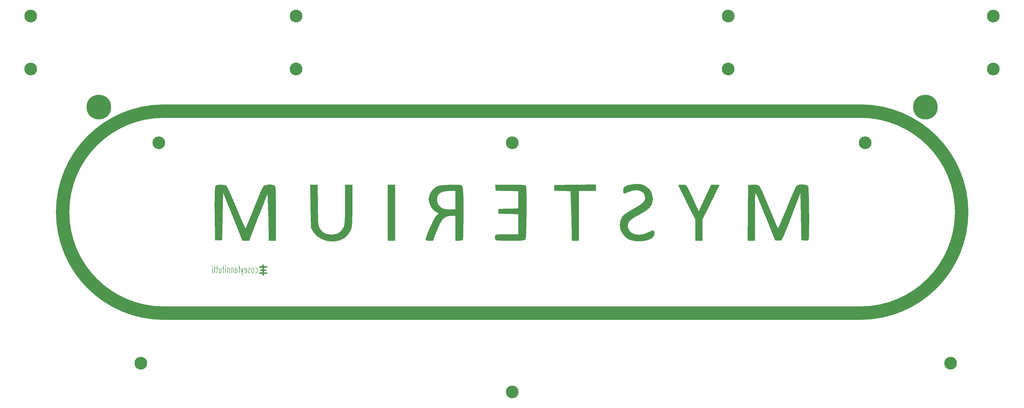
<source format=gbs>
G04 #@! TF.GenerationSoftware,KiCad,Pcbnew,5.99.0+really5.1.10+dfsg1-1*
G04 #@! TF.CreationDate,2021-11-12T03:05:17+01:00*
G04 #@! TF.ProjectId,mysterium-bottom,6d797374-6572-4697-956d-2d626f74746f,rev?*
G04 #@! TF.SameCoordinates,Original*
G04 #@! TF.FileFunction,Soldermask,Bot*
G04 #@! TF.FilePolarity,Negative*
%FSLAX46Y46*%
G04 Gerber Fmt 4.6, Leading zero omitted, Abs format (unit mm)*
G04 Created by KiCad (PCBNEW 5.99.0+really5.1.10+dfsg1-1) date 2021-11-12 03:05:17*
%MOMM*%
%LPD*%
G01*
G04 APERTURE LIST*
%ADD10C,0.200000*%
%ADD11C,0.010000*%
%ADD12C,4.700000*%
%ADD13C,4.502000*%
%ADD14C,8.702000*%
G04 APERTURE END LIST*
D10*
X119833114Y-155494704D02*
X119975971Y-155613752D01*
X120261685Y-155613752D01*
X120404542Y-155494704D01*
X120475971Y-155375657D01*
X120547400Y-155137561D01*
X120547400Y-154423276D01*
X120475971Y-154185180D01*
X120404542Y-154066133D01*
X120261685Y-153947085D01*
X119975971Y-153947085D01*
X119833114Y-154066133D01*
X118975971Y-155613752D02*
X119118828Y-155494704D01*
X119190257Y-155375657D01*
X119261685Y-155137561D01*
X119261685Y-154423276D01*
X119190257Y-154185180D01*
X119118828Y-154066133D01*
X118975971Y-153947085D01*
X118761685Y-153947085D01*
X118618828Y-154066133D01*
X118547400Y-154185180D01*
X118475971Y-154423276D01*
X118475971Y-155137561D01*
X118547400Y-155375657D01*
X118618828Y-155494704D01*
X118761685Y-155613752D01*
X118975971Y-155613752D01*
X117904542Y-155494704D02*
X117761685Y-155613752D01*
X117475971Y-155613752D01*
X117333114Y-155494704D01*
X117261685Y-155256609D01*
X117261685Y-155137561D01*
X117333114Y-154899466D01*
X117475971Y-154780419D01*
X117690257Y-154780419D01*
X117833114Y-154661371D01*
X117904542Y-154423276D01*
X117904542Y-154304228D01*
X117833114Y-154066133D01*
X117690257Y-153947085D01*
X117475971Y-153947085D01*
X117333114Y-154066133D01*
X116047400Y-155494704D02*
X116190257Y-155613752D01*
X116475971Y-155613752D01*
X116618828Y-155494704D01*
X116690257Y-155256609D01*
X116690257Y-154304228D01*
X116618828Y-154066133D01*
X116475971Y-153947085D01*
X116190257Y-153947085D01*
X116047400Y-154066133D01*
X115975971Y-154304228D01*
X115975971Y-154542323D01*
X116690257Y-154780419D01*
X115475971Y-153947085D02*
X115118828Y-155613752D01*
X114761685Y-153947085D02*
X115118828Y-155613752D01*
X115261685Y-156208990D01*
X115333114Y-156328038D01*
X115475971Y-156447085D01*
X114404542Y-153947085D02*
X113833114Y-153947085D01*
X114190257Y-155613752D02*
X114190257Y-153470895D01*
X114118828Y-153232800D01*
X113975971Y-153113752D01*
X113833114Y-153113752D01*
X112690257Y-155613752D02*
X112690257Y-154304228D01*
X112761685Y-154066133D01*
X112904542Y-153947085D01*
X113190257Y-153947085D01*
X113333114Y-154066133D01*
X112690257Y-155494704D02*
X112833114Y-155613752D01*
X113190257Y-155613752D01*
X113333114Y-155494704D01*
X113404542Y-155256609D01*
X113404542Y-155018514D01*
X113333114Y-154780419D01*
X113190257Y-154661371D01*
X112833114Y-154661371D01*
X112690257Y-154542323D01*
X111975971Y-153947085D02*
X111975971Y-155613752D01*
X111975971Y-154185180D02*
X111904542Y-154066133D01*
X111761685Y-153947085D01*
X111547400Y-153947085D01*
X111404542Y-154066133D01*
X111333114Y-154304228D01*
X111333114Y-155613752D01*
X110618828Y-153947085D02*
X110618828Y-155613752D01*
X110618828Y-154185180D02*
X110547400Y-154066133D01*
X110404542Y-153947085D01*
X110190257Y-153947085D01*
X110047400Y-154066133D01*
X109975971Y-154304228D01*
X109975971Y-155613752D01*
X109261685Y-155613752D02*
X109261685Y-153947085D01*
X109261685Y-153113752D02*
X109333114Y-153232800D01*
X109261685Y-153351847D01*
X109190257Y-153232800D01*
X109261685Y-153113752D01*
X109261685Y-153351847D01*
X108761685Y-153947085D02*
X108190257Y-153947085D01*
X108547400Y-153113752D02*
X108547400Y-155256609D01*
X108475971Y-155494704D01*
X108333114Y-155613752D01*
X108190257Y-155613752D01*
X107047400Y-153947085D02*
X107047400Y-155613752D01*
X107690257Y-153947085D02*
X107690257Y-155256609D01*
X107618828Y-155494704D01*
X107475971Y-155613752D01*
X107261685Y-155613752D01*
X107118828Y-155494704D01*
X107047400Y-155375657D01*
X106547400Y-153947085D02*
X105975971Y-153947085D01*
X106333114Y-153113752D02*
X106333114Y-155256609D01*
X106261685Y-155494704D01*
X106118828Y-155613752D01*
X105975971Y-155613752D01*
X105690257Y-153947085D02*
X105118828Y-153947085D01*
X105475971Y-153113752D02*
X105475971Y-155256609D01*
X105404542Y-155494704D01*
X105261685Y-155613752D01*
X105118828Y-155613752D01*
X104618828Y-155613752D02*
X104618828Y-153947085D01*
X104618828Y-153113752D02*
X104690257Y-153232800D01*
X104618828Y-153351847D01*
X104547400Y-153232800D01*
X104618828Y-153113752D01*
X104618828Y-153351847D01*
D11*
G36*
X253690925Y-124223744D02*
G01*
X252437983Y-124377058D01*
X251284421Y-124638608D01*
X250633517Y-124881785D01*
X249926400Y-125358055D01*
X249649794Y-125959299D01*
X249616882Y-126496986D01*
X249654976Y-127187950D01*
X249851320Y-127501332D01*
X250329007Y-127467126D01*
X251211128Y-127115324D01*
X251542514Y-126966191D01*
X253162585Y-126449934D01*
X254649749Y-126383622D01*
X255904357Y-126740316D01*
X256826758Y-127493080D01*
X257298489Y-128522157D01*
X257348324Y-129425598D01*
X257035785Y-130253990D01*
X256302118Y-131072461D01*
X255088571Y-131946137D01*
X253336391Y-132940143D01*
X253291610Y-132963717D01*
X251682320Y-133873450D01*
X250399663Y-134726954D01*
X249556701Y-135447031D01*
X249420361Y-135606977D01*
X248640013Y-137104996D01*
X248401002Y-138732175D01*
X248670767Y-140364748D01*
X249416748Y-141878949D01*
X250606383Y-143151009D01*
X251568435Y-143772082D01*
X252681831Y-144137213D01*
X254162837Y-144347348D01*
X255768574Y-144391135D01*
X257256162Y-144257220D01*
X258030604Y-144074140D01*
X259463117Y-143443871D01*
X260307561Y-142670563D01*
X260592011Y-141728210D01*
X260592190Y-141701238D01*
X260526928Y-140978136D01*
X260257512Y-140681326D01*
X259673496Y-140780941D01*
X258750912Y-141203333D01*
X256958738Y-141898999D01*
X255268468Y-142171543D01*
X253764683Y-142045234D01*
X252531961Y-141544344D01*
X251654882Y-140693144D01*
X251218027Y-139515905D01*
X251184783Y-139032143D01*
X251366309Y-138035761D01*
X251953806Y-137125196D01*
X253011653Y-136234546D01*
X254604227Y-135297907D01*
X255059237Y-135065895D01*
X256946825Y-134046484D01*
X258304286Y-133102100D01*
X259206685Y-132143237D01*
X259729089Y-131080386D01*
X259946564Y-129824040D01*
X259965030Y-129216311D01*
X259691174Y-127522118D01*
X258866041Y-126122481D01*
X257484280Y-125009075D01*
X257140277Y-124819809D01*
X256182520Y-124398499D01*
X255259409Y-124208854D01*
X254084063Y-124201299D01*
X253690925Y-124223744D01*
G37*
X253690925Y-124223744D02*
X252437983Y-124377058D01*
X251284421Y-124638608D01*
X250633517Y-124881785D01*
X249926400Y-125358055D01*
X249649794Y-125959299D01*
X249616882Y-126496986D01*
X249654976Y-127187950D01*
X249851320Y-127501332D01*
X250329007Y-127467126D01*
X251211128Y-127115324D01*
X251542514Y-126966191D01*
X253162585Y-126449934D01*
X254649749Y-126383622D01*
X255904357Y-126740316D01*
X256826758Y-127493080D01*
X257298489Y-128522157D01*
X257348324Y-129425598D01*
X257035785Y-130253990D01*
X256302118Y-131072461D01*
X255088571Y-131946137D01*
X253336391Y-132940143D01*
X253291610Y-132963717D01*
X251682320Y-133873450D01*
X250399663Y-134726954D01*
X249556701Y-135447031D01*
X249420361Y-135606977D01*
X248640013Y-137104996D01*
X248401002Y-138732175D01*
X248670767Y-140364748D01*
X249416748Y-141878949D01*
X250606383Y-143151009D01*
X251568435Y-143772082D01*
X252681831Y-144137213D01*
X254162837Y-144347348D01*
X255768574Y-144391135D01*
X257256162Y-144257220D01*
X258030604Y-144074140D01*
X259463117Y-143443871D01*
X260307561Y-142670563D01*
X260592011Y-141728210D01*
X260592190Y-141701238D01*
X260526928Y-140978136D01*
X260257512Y-140681326D01*
X259673496Y-140780941D01*
X258750912Y-141203333D01*
X256958738Y-141898999D01*
X255268468Y-142171543D01*
X253764683Y-142045234D01*
X252531961Y-141544344D01*
X251654882Y-140693144D01*
X251218027Y-139515905D01*
X251184783Y-139032143D01*
X251366309Y-138035761D01*
X251953806Y-137125196D01*
X253011653Y-136234546D01*
X254604227Y-135297907D01*
X255059237Y-135065895D01*
X256946825Y-134046484D01*
X258304286Y-133102100D01*
X259206685Y-132143237D01*
X259729089Y-131080386D01*
X259946564Y-129824040D01*
X259965030Y-129216311D01*
X259691174Y-127522118D01*
X258866041Y-126122481D01*
X257484280Y-125009075D01*
X257140277Y-124819809D01*
X256182520Y-124398499D01*
X255259409Y-124208854D01*
X254084063Y-124201299D01*
X253690925Y-124223744D01*
G36*
X151459378Y-131427822D02*
G01*
X151451882Y-133750421D01*
X151430098Y-135538162D01*
X151387319Y-136883303D01*
X151316840Y-137878102D01*
X151211954Y-138614815D01*
X151065956Y-139185700D01*
X150872140Y-139683014D01*
X150856859Y-139716903D01*
X149960841Y-141001607D01*
X148659586Y-141809809D01*
X146961119Y-142136754D01*
X146762561Y-142142927D01*
X144965456Y-141934229D01*
X143557924Y-141235767D01*
X142610395Y-140171174D01*
X142383629Y-139777382D01*
X142209457Y-139360506D01*
X142079491Y-138832982D01*
X141985343Y-138107248D01*
X141918624Y-137095742D01*
X141870945Y-135710901D01*
X141833918Y-133865162D01*
X141802821Y-131741402D01*
X141703575Y-124450662D01*
X139196256Y-124450662D01*
X139294840Y-132080630D01*
X139393425Y-139710599D01*
X140336964Y-141235681D01*
X141549589Y-142628404D01*
X143169820Y-143659900D01*
X145066377Y-144289771D01*
X147107980Y-144477623D01*
X149163349Y-144183059D01*
X149544990Y-144069091D01*
X151267938Y-143188479D01*
X152655905Y-141816359D01*
X153380401Y-140600044D01*
X153567267Y-140135168D01*
X153709939Y-139593451D01*
X153814318Y-138887502D01*
X153886307Y-137929929D01*
X153931807Y-136633339D01*
X153956718Y-134910340D01*
X153966942Y-132673541D01*
X153968020Y-131898193D01*
X153974906Y-124450662D01*
X151466264Y-124450662D01*
X151459378Y-131427822D01*
G37*
X151459378Y-131427822D02*
X151451882Y-133750421D01*
X151430098Y-135538162D01*
X151387319Y-136883303D01*
X151316840Y-137878102D01*
X151211954Y-138614815D01*
X151065956Y-139185700D01*
X150872140Y-139683014D01*
X150856859Y-139716903D01*
X149960841Y-141001607D01*
X148659586Y-141809809D01*
X146961119Y-142136754D01*
X146762561Y-142142927D01*
X144965456Y-141934229D01*
X143557924Y-141235767D01*
X142610395Y-140171174D01*
X142383629Y-139777382D01*
X142209457Y-139360506D01*
X142079491Y-138832982D01*
X141985343Y-138107248D01*
X141918624Y-137095742D01*
X141870945Y-135710901D01*
X141833918Y-133865162D01*
X141802821Y-131741402D01*
X141703575Y-124450662D01*
X139196256Y-124450662D01*
X139294840Y-132080630D01*
X139393425Y-139710599D01*
X140336964Y-141235681D01*
X141549589Y-142628404D01*
X143169820Y-143659900D01*
X145066377Y-144289771D01*
X147107980Y-144477623D01*
X149163349Y-144183059D01*
X149544990Y-144069091D01*
X151267938Y-143188479D01*
X152655905Y-141816359D01*
X153380401Y-140600044D01*
X153567267Y-140135168D01*
X153709939Y-139593451D01*
X153814318Y-138887502D01*
X153886307Y-137929929D01*
X153931807Y-136633339D01*
X153956718Y-134910340D01*
X153966942Y-132673541D01*
X153968020Y-131898193D01*
X153974906Y-124450662D01*
X151466264Y-124450662D01*
X151459378Y-131427822D01*
G36*
X311374242Y-124605533D02*
G01*
X310696746Y-124984297D01*
X310682804Y-124999427D01*
X310433785Y-125434460D01*
X309994274Y-126367456D01*
X309401692Y-127712098D01*
X308693463Y-129382068D01*
X307907010Y-131291049D01*
X307282455Y-132842493D01*
X306481443Y-134821942D01*
X305747412Y-136578514D01*
X305113597Y-138037273D01*
X304613231Y-139123287D01*
X304279549Y-139761619D01*
X304153251Y-139898049D01*
X303977220Y-139552087D01*
X303600956Y-138707404D01*
X303059634Y-137446580D01*
X302388427Y-135852197D01*
X301622510Y-134006836D01*
X301046308Y-132603748D01*
X300218969Y-130607048D01*
X299442421Y-128782618D01*
X298755693Y-127218270D01*
X298197818Y-126001816D01*
X297807829Y-125221065D01*
X297660040Y-124985602D01*
X297189796Y-124645349D01*
X296461295Y-124504005D01*
X295416880Y-124515231D01*
X293674906Y-124607452D01*
X293592044Y-134406835D01*
X293509181Y-144206217D01*
X296026758Y-144206217D01*
X296026758Y-135530497D01*
X296034610Y-133285339D01*
X296056778Y-131272174D01*
X296091182Y-129568039D01*
X296135741Y-128249974D01*
X296188375Y-127395018D01*
X296247002Y-127080208D01*
X296254915Y-127082933D01*
X296425761Y-127422572D01*
X296796063Y-128269813D01*
X297334440Y-129549128D01*
X298009514Y-131184983D01*
X298789906Y-133101850D01*
X299644237Y-135224196D01*
X299826641Y-135680259D01*
X303170210Y-144049427D01*
X304310844Y-144147268D01*
X304966599Y-144169512D01*
X305390662Y-144007805D01*
X305738926Y-143531417D01*
X306167285Y-142609616D01*
X306180529Y-142579366D01*
X306506212Y-141800699D01*
X307012850Y-140546393D01*
X307656853Y-138926395D01*
X308394631Y-137050650D01*
X309182592Y-135029105D01*
X309542861Y-134098736D01*
X312176141Y-127283847D01*
X312489721Y-144049427D01*
X313598460Y-144142746D01*
X314397544Y-144147357D01*
X314899840Y-144036151D01*
X314931176Y-144012088D01*
X315007197Y-143630467D01*
X315067342Y-142717782D01*
X315112121Y-141369918D01*
X315142043Y-139682758D01*
X315157616Y-137752185D01*
X315159350Y-135674083D01*
X315147754Y-133544334D01*
X315123337Y-131458823D01*
X315086607Y-129513433D01*
X315038075Y-127804047D01*
X314978248Y-126426548D01*
X314907637Y-125476820D01*
X314830540Y-125057207D01*
X314303300Y-124655530D01*
X313401910Y-124444275D01*
X312350760Y-124426567D01*
X311374242Y-124605533D01*
G37*
X311374242Y-124605533D02*
X310696746Y-124984297D01*
X310682804Y-124999427D01*
X310433785Y-125434460D01*
X309994274Y-126367456D01*
X309401692Y-127712098D01*
X308693463Y-129382068D01*
X307907010Y-131291049D01*
X307282455Y-132842493D01*
X306481443Y-134821942D01*
X305747412Y-136578514D01*
X305113597Y-138037273D01*
X304613231Y-139123287D01*
X304279549Y-139761619D01*
X304153251Y-139898049D01*
X303977220Y-139552087D01*
X303600956Y-138707404D01*
X303059634Y-137446580D01*
X302388427Y-135852197D01*
X301622510Y-134006836D01*
X301046308Y-132603748D01*
X300218969Y-130607048D01*
X299442421Y-128782618D01*
X298755693Y-127218270D01*
X298197818Y-126001816D01*
X297807829Y-125221065D01*
X297660040Y-124985602D01*
X297189796Y-124645349D01*
X296461295Y-124504005D01*
X295416880Y-124515231D01*
X293674906Y-124607452D01*
X293592044Y-134406835D01*
X293509181Y-144206217D01*
X296026758Y-144206217D01*
X296026758Y-135530497D01*
X296034610Y-133285339D01*
X296056778Y-131272174D01*
X296091182Y-129568039D01*
X296135741Y-128249974D01*
X296188375Y-127395018D01*
X296247002Y-127080208D01*
X296254915Y-127082933D01*
X296425761Y-127422572D01*
X296796063Y-128269813D01*
X297334440Y-129549128D01*
X298009514Y-131184983D01*
X298789906Y-133101850D01*
X299644237Y-135224196D01*
X299826641Y-135680259D01*
X303170210Y-144049427D01*
X304310844Y-144147268D01*
X304966599Y-144169512D01*
X305390662Y-144007805D01*
X305738926Y-143531417D01*
X306167285Y-142609616D01*
X306180529Y-142579366D01*
X306506212Y-141800699D01*
X307012850Y-140546393D01*
X307656853Y-138926395D01*
X308394631Y-137050650D01*
X309182592Y-135029105D01*
X309542861Y-134098736D01*
X312176141Y-127283847D01*
X312489721Y-144049427D01*
X313598460Y-144142746D01*
X314397544Y-144147357D01*
X314899840Y-144036151D01*
X314931176Y-144012088D01*
X315007197Y-143630467D01*
X315067342Y-142717782D01*
X315112121Y-141369918D01*
X315142043Y-139682758D01*
X315157616Y-137752185D01*
X315159350Y-135674083D01*
X315147754Y-133544334D01*
X315123337Y-131458823D01*
X315086607Y-129513433D01*
X315038075Y-127804047D01*
X314978248Y-126426548D01*
X314907637Y-125476820D01*
X314830540Y-125057207D01*
X314303300Y-124655530D01*
X313401910Y-124444275D01*
X312350760Y-124426567D01*
X311374242Y-124605533D01*
G36*
X279204743Y-127508069D02*
G01*
X278511160Y-128990959D01*
X277824472Y-130469660D01*
X277246083Y-131725355D01*
X277002797Y-132259503D01*
X276236894Y-133953530D01*
X274893755Y-131005182D01*
X274205847Y-129513088D01*
X273495836Y-128002568D01*
X272876744Y-126713015D01*
X272650524Y-126253748D01*
X272144665Y-125279201D01*
X271753271Y-124739790D01*
X271316091Y-124506859D01*
X270672873Y-124451753D01*
X270404644Y-124450662D01*
X269585695Y-124483901D01*
X269108613Y-124567573D01*
X269058857Y-124610587D01*
X269193039Y-124926032D01*
X269568196Y-125717351D01*
X270143248Y-126900263D01*
X270877114Y-128390487D01*
X271728712Y-130103741D01*
X272037869Y-130722267D01*
X275016882Y-136674021D01*
X275016882Y-144206217D01*
X277525524Y-144206217D01*
X277525524Y-136674021D01*
X280504536Y-130722267D01*
X281386813Y-128952366D01*
X282165330Y-127376831D01*
X282799005Y-126079944D01*
X283246757Y-125145986D01*
X283467505Y-124659237D01*
X283483548Y-124610587D01*
X283202916Y-124515465D01*
X282492417Y-124458196D01*
X282062167Y-124450662D01*
X280640785Y-124450662D01*
X279204743Y-127508069D01*
G37*
X279204743Y-127508069D02*
X278511160Y-128990959D01*
X277824472Y-130469660D01*
X277246083Y-131725355D01*
X277002797Y-132259503D01*
X276236894Y-133953530D01*
X274893755Y-131005182D01*
X274205847Y-129513088D01*
X273495836Y-128002568D01*
X272876744Y-126713015D01*
X272650524Y-126253748D01*
X272144665Y-125279201D01*
X271753271Y-124739790D01*
X271316091Y-124506859D01*
X270672873Y-124451753D01*
X270404644Y-124450662D01*
X269585695Y-124483901D01*
X269108613Y-124567573D01*
X269058857Y-124610587D01*
X269193039Y-124926032D01*
X269568196Y-125717351D01*
X270143248Y-126900263D01*
X270877114Y-128390487D01*
X271728712Y-130103741D01*
X272037869Y-130722267D01*
X275016882Y-136674021D01*
X275016882Y-144206217D01*
X277525524Y-144206217D01*
X277525524Y-136674021D01*
X280504536Y-130722267D01*
X281386813Y-128952366D01*
X282165330Y-127376831D01*
X282799005Y-126079944D01*
X283246757Y-125145986D01*
X283467505Y-124659237D01*
X283483548Y-124610587D01*
X283202916Y-124515465D01*
X282492417Y-124458196D01*
X282062167Y-124450662D01*
X280640785Y-124450662D01*
X279204743Y-127508069D01*
G36*
X232605153Y-124523277D02*
G01*
X225314413Y-124607452D01*
X225314413Y-126488933D01*
X228165836Y-126578445D01*
X231017259Y-126667956D01*
X231222357Y-132536469D01*
X231290334Y-134644537D01*
X231348898Y-136771661D01*
X231393999Y-138745375D01*
X231421584Y-140393216D01*
X231428341Y-141305600D01*
X231429227Y-144206217D01*
X233937869Y-144206217D01*
X233937869Y-126645723D01*
X239895894Y-126645723D01*
X239895894Y-124439103D01*
X232605153Y-124523277D01*
G37*
X232605153Y-124523277D02*
X225314413Y-124607452D01*
X225314413Y-126488933D01*
X228165836Y-126578445D01*
X231017259Y-126667956D01*
X231222357Y-132536469D01*
X231290334Y-134644537D01*
X231348898Y-136771661D01*
X231393999Y-138745375D01*
X231421584Y-140393216D01*
X231428341Y-141305600D01*
X231429227Y-144206217D01*
X233937869Y-144206217D01*
X233937869Y-126645723D01*
X239895894Y-126645723D01*
X239895894Y-124439103D01*
X232605153Y-124523277D01*
G36*
X204519853Y-125469798D02*
G01*
X204618116Y-126488933D01*
X208616264Y-126576697D01*
X212614413Y-126664461D01*
X212614413Y-132896788D01*
X209086635Y-132985453D01*
X205558857Y-133074119D01*
X205558857Y-134642020D01*
X212614413Y-134819350D01*
X212614413Y-142011156D01*
X208560862Y-142011156D01*
X206885678Y-142019406D01*
X205736166Y-142053049D01*
X205010952Y-142125420D01*
X204608666Y-142249857D01*
X204427932Y-142439696D01*
X204389688Y-142559921D01*
X204357732Y-143361008D01*
X204403269Y-143657452D01*
X204505315Y-143862197D01*
X204758433Y-144009033D01*
X205252974Y-144107390D01*
X206079288Y-144166698D01*
X207327724Y-144196388D01*
X209088634Y-144205890D01*
X209660941Y-144206217D01*
X211572317Y-144201219D01*
X212951545Y-144179179D01*
X213893607Y-144129529D01*
X214493481Y-144041701D01*
X214846148Y-143905125D01*
X215046587Y-143709233D01*
X215112022Y-143599672D01*
X215190912Y-143147011D01*
X215260511Y-142166465D01*
X215320102Y-140757250D01*
X215368973Y-139018583D01*
X215406408Y-137049680D01*
X215431694Y-134949757D01*
X215444116Y-132818031D01*
X215442960Y-130753719D01*
X215427512Y-128856037D01*
X215397058Y-127224201D01*
X215350883Y-125957429D01*
X215288274Y-125154936D01*
X215246295Y-124946679D01*
X215098642Y-124762508D01*
X214760532Y-124629402D01*
X214144813Y-124539514D01*
X213164333Y-124484994D01*
X211731938Y-124457993D01*
X209760478Y-124450662D01*
X204421590Y-124450662D01*
X204519853Y-125469798D01*
G37*
X204519853Y-125469798D02*
X204618116Y-126488933D01*
X208616264Y-126576697D01*
X212614413Y-126664461D01*
X212614413Y-132896788D01*
X209086635Y-132985453D01*
X205558857Y-133074119D01*
X205558857Y-134642020D01*
X212614413Y-134819350D01*
X212614413Y-142011156D01*
X208560862Y-142011156D01*
X206885678Y-142019406D01*
X205736166Y-142053049D01*
X205010952Y-142125420D01*
X204608666Y-142249857D01*
X204427932Y-142439696D01*
X204389688Y-142559921D01*
X204357732Y-143361008D01*
X204403269Y-143657452D01*
X204505315Y-143862197D01*
X204758433Y-144009033D01*
X205252974Y-144107390D01*
X206079288Y-144166698D01*
X207327724Y-144196388D01*
X209088634Y-144205890D01*
X209660941Y-144206217D01*
X211572317Y-144201219D01*
X212951545Y-144179179D01*
X213893607Y-144129529D01*
X214493481Y-144041701D01*
X214846148Y-143905125D01*
X215046587Y-143709233D01*
X215112022Y-143599672D01*
X215190912Y-143147011D01*
X215260511Y-142166465D01*
X215320102Y-140757250D01*
X215368973Y-139018583D01*
X215406408Y-137049680D01*
X215431694Y-134949757D01*
X215444116Y-132818031D01*
X215442960Y-130753719D01*
X215427512Y-128856037D01*
X215397058Y-127224201D01*
X215350883Y-125957429D01*
X215288274Y-125154936D01*
X215246295Y-124946679D01*
X215098642Y-124762508D01*
X214760532Y-124629402D01*
X214144813Y-124539514D01*
X213164333Y-124484994D01*
X211731938Y-124457993D01*
X209760478Y-124450662D01*
X204421590Y-124450662D01*
X204519853Y-125469798D01*
G36*
X188966197Y-124491568D02*
G01*
X188609486Y-124501370D01*
X186855193Y-124571892D01*
X185583339Y-124682208D01*
X184649463Y-124854023D01*
X183909103Y-125109041D01*
X183608240Y-125252782D01*
X182489609Y-126128465D01*
X181587636Y-127386416D01*
X181044374Y-128793667D01*
X180949694Y-129612785D01*
X181223284Y-131101021D01*
X181937146Y-132511683D01*
X182962383Y-133615662D01*
X183346754Y-133873440D01*
X184548980Y-134564971D01*
X183570925Y-135601401D01*
X183142604Y-136203960D01*
X182591656Y-137187961D01*
X181974592Y-138424739D01*
X181347922Y-139785630D01*
X180768157Y-141141971D01*
X180291807Y-142365097D01*
X179975384Y-143326344D01*
X179875397Y-143897048D01*
X179894894Y-143971032D01*
X180272353Y-144122255D01*
X181027496Y-144202370D01*
X181247480Y-144206217D01*
X182455880Y-144206217D01*
X183313680Y-141932761D01*
X184190499Y-139728324D01*
X184974992Y-138064263D01*
X185725178Y-136872078D01*
X186499069Y-136083270D01*
X187354683Y-135629339D01*
X188350034Y-135441786D01*
X188824603Y-135425970D01*
X190350215Y-135425970D01*
X190350215Y-144206217D01*
X191552273Y-144206217D01*
X192380941Y-144156121D01*
X192911394Y-144032175D01*
X192963384Y-143997164D01*
X193016616Y-143641813D01*
X193064852Y-142739468D01*
X193106297Y-141370283D01*
X193139161Y-139614417D01*
X193161648Y-137552027D01*
X193171968Y-135263268D01*
X193172437Y-134649691D01*
X193169069Y-133230909D01*
X190350215Y-133230909D01*
X188358317Y-133230909D01*
X187034403Y-133166336D01*
X186079677Y-132933843D01*
X185305049Y-132515652D01*
X184284068Y-131543040D01*
X183834662Y-130351386D01*
X183895019Y-129030155D01*
X184334153Y-127933875D01*
X185201927Y-127188201D01*
X186544279Y-126767899D01*
X188233548Y-126646896D01*
X190350215Y-126645723D01*
X190350215Y-133230909D01*
X193169069Y-133230909D01*
X193165752Y-131834271D01*
X193144093Y-129588783D01*
X193105058Y-127856121D01*
X193046244Y-126579181D01*
X192965249Y-125700861D01*
X192859669Y-125164055D01*
X192764424Y-124953280D01*
X192522853Y-124715685D01*
X192137273Y-124563227D01*
X191492657Y-124483395D01*
X190473975Y-124463680D01*
X188966197Y-124491568D01*
G37*
X188966197Y-124491568D02*
X188609486Y-124501370D01*
X186855193Y-124571892D01*
X185583339Y-124682208D01*
X184649463Y-124854023D01*
X183909103Y-125109041D01*
X183608240Y-125252782D01*
X182489609Y-126128465D01*
X181587636Y-127386416D01*
X181044374Y-128793667D01*
X180949694Y-129612785D01*
X181223284Y-131101021D01*
X181937146Y-132511683D01*
X182962383Y-133615662D01*
X183346754Y-133873440D01*
X184548980Y-134564971D01*
X183570925Y-135601401D01*
X183142604Y-136203960D01*
X182591656Y-137187961D01*
X181974592Y-138424739D01*
X181347922Y-139785630D01*
X180768157Y-141141971D01*
X180291807Y-142365097D01*
X179975384Y-143326344D01*
X179875397Y-143897048D01*
X179894894Y-143971032D01*
X180272353Y-144122255D01*
X181027496Y-144202370D01*
X181247480Y-144206217D01*
X182455880Y-144206217D01*
X183313680Y-141932761D01*
X184190499Y-139728324D01*
X184974992Y-138064263D01*
X185725178Y-136872078D01*
X186499069Y-136083270D01*
X187354683Y-135629339D01*
X188350034Y-135441786D01*
X188824603Y-135425970D01*
X190350215Y-135425970D01*
X190350215Y-144206217D01*
X191552273Y-144206217D01*
X192380941Y-144156121D01*
X192911394Y-144032175D01*
X192963384Y-143997164D01*
X193016616Y-143641813D01*
X193064852Y-142739468D01*
X193106297Y-141370283D01*
X193139161Y-139614417D01*
X193161648Y-137552027D01*
X193171968Y-135263268D01*
X193172437Y-134649691D01*
X193169069Y-133230909D01*
X190350215Y-133230909D01*
X188358317Y-133230909D01*
X187034403Y-133166336D01*
X186079677Y-132933843D01*
X185305049Y-132515652D01*
X184284068Y-131543040D01*
X183834662Y-130351386D01*
X183895019Y-129030155D01*
X184334153Y-127933875D01*
X185201927Y-127188201D01*
X186544279Y-126767899D01*
X188233548Y-126646896D01*
X190350215Y-126645723D01*
X190350215Y-133230909D01*
X193169069Y-133230909D01*
X193165752Y-131834271D01*
X193144093Y-129588783D01*
X193105058Y-127856121D01*
X193046244Y-126579181D01*
X192965249Y-125700861D01*
X192859669Y-125164055D01*
X192764424Y-124953280D01*
X192522853Y-124715685D01*
X192137273Y-124563227D01*
X191492657Y-124483395D01*
X190473975Y-124463680D01*
X188966197Y-124491568D01*
G36*
X166518116Y-144206217D02*
G01*
X169026758Y-144206217D01*
X169026758Y-124450662D01*
X166518116Y-124450662D01*
X166518116Y-144206217D01*
G37*
X166518116Y-144206217D02*
X169026758Y-144206217D01*
X169026758Y-124450662D01*
X166518116Y-124450662D01*
X166518116Y-144206217D01*
G36*
X123922352Y-124530650D02*
G01*
X123019417Y-124794770D01*
X122666370Y-125028334D01*
X122392219Y-125475619D01*
X121933980Y-126419876D01*
X121330719Y-127771958D01*
X120621502Y-129442720D01*
X119845396Y-131343017D01*
X119333917Y-132632655D01*
X118554632Y-134607262D01*
X117841936Y-136388283D01*
X117230117Y-137892030D01*
X116753463Y-139034817D01*
X116446261Y-139732958D01*
X116352070Y-139910551D01*
X116177866Y-139701825D01*
X115804487Y-138984279D01*
X115265412Y-137831501D01*
X114594123Y-136317082D01*
X113824098Y-134514612D01*
X113070761Y-132698205D01*
X112222118Y-130655866D01*
X111424804Y-128796067D01*
X110716173Y-127201322D01*
X110133576Y-125954150D01*
X109714367Y-125137066D01*
X109514790Y-124842637D01*
X108844997Y-124577381D01*
X107875989Y-124463460D01*
X106856006Y-124498404D01*
X106033290Y-124679738D01*
X105717216Y-124880465D01*
X105605554Y-125246563D01*
X105521534Y-126064790D01*
X105464187Y-127369799D01*
X105432547Y-129196247D01*
X105425645Y-131578788D01*
X105442514Y-134552076D01*
X105443634Y-134679848D01*
X105526758Y-144049427D01*
X108035400Y-144049427D01*
X108348980Y-127122573D01*
X111786139Y-135664395D01*
X115223297Y-144206217D01*
X117543937Y-144206217D01*
X119968300Y-138013007D01*
X120753826Y-136006520D01*
X121520123Y-134049499D01*
X122216620Y-132271071D01*
X122792746Y-130800363D01*
X123197930Y-129766500D01*
X123238075Y-129664123D01*
X124083487Y-127508449D01*
X124290925Y-132301018D01*
X124368707Y-134358949D01*
X124433196Y-136562101D01*
X124478314Y-138665829D01*
X124497983Y-140425489D01*
X124498363Y-140649902D01*
X124498363Y-144206217D01*
X127007005Y-144206217D01*
X127007005Y-134704736D01*
X126999490Y-131766103D01*
X126975811Y-129409920D01*
X126934274Y-127591639D01*
X126873180Y-126266717D01*
X126790833Y-125390608D01*
X126685535Y-124918768D01*
X126630709Y-124826958D01*
X125981014Y-124533891D01*
X124993890Y-124439406D01*
X123922352Y-124530650D01*
G37*
X123922352Y-124530650D02*
X123019417Y-124794770D01*
X122666370Y-125028334D01*
X122392219Y-125475619D01*
X121933980Y-126419876D01*
X121330719Y-127771958D01*
X120621502Y-129442720D01*
X119845396Y-131343017D01*
X119333917Y-132632655D01*
X118554632Y-134607262D01*
X117841936Y-136388283D01*
X117230117Y-137892030D01*
X116753463Y-139034817D01*
X116446261Y-139732958D01*
X116352070Y-139910551D01*
X116177866Y-139701825D01*
X115804487Y-138984279D01*
X115265412Y-137831501D01*
X114594123Y-136317082D01*
X113824098Y-134514612D01*
X113070761Y-132698205D01*
X112222118Y-130655866D01*
X111424804Y-128796067D01*
X110716173Y-127201322D01*
X110133576Y-125954150D01*
X109714367Y-125137066D01*
X109514790Y-124842637D01*
X108844997Y-124577381D01*
X107875989Y-124463460D01*
X106856006Y-124498404D01*
X106033290Y-124679738D01*
X105717216Y-124880465D01*
X105605554Y-125246563D01*
X105521534Y-126064790D01*
X105464187Y-127369799D01*
X105432547Y-129196247D01*
X105425645Y-131578788D01*
X105442514Y-134552076D01*
X105443634Y-134679848D01*
X105526758Y-144049427D01*
X108035400Y-144049427D01*
X108348980Y-127122573D01*
X111786139Y-135664395D01*
X115223297Y-144206217D01*
X117543937Y-144206217D01*
X119968300Y-138013007D01*
X120753826Y-136006520D01*
X121520123Y-134049499D01*
X122216620Y-132271071D01*
X122792746Y-130800363D01*
X123197930Y-129766500D01*
X123238075Y-129664123D01*
X124083487Y-127508449D01*
X124290925Y-132301018D01*
X124368707Y-134358949D01*
X124433196Y-136562101D01*
X124478314Y-138665829D01*
X124497983Y-140425489D01*
X124498363Y-140649902D01*
X124498363Y-144206217D01*
X127007005Y-144206217D01*
X127007005Y-134704736D01*
X126999490Y-131766103D01*
X126975811Y-129409920D01*
X126934274Y-127591639D01*
X126873180Y-126266717D01*
X126790833Y-125390608D01*
X126685535Y-124918768D01*
X126630709Y-124826958D01*
X125981014Y-124533891D01*
X124993890Y-124439406D01*
X123922352Y-124530650D01*
D12*
X333349351Y-98471649D02*
X87489351Y-98471649D01*
X333349351Y-169871649D02*
X87489351Y-169871649D01*
X333349351Y-169871649D02*
G75*
G03*
X333349351Y-98471649I0J35700000D01*
G01*
X87495351Y-98484649D02*
G75*
G03*
X87495351Y-169884649I0J-35700000D01*
G01*
D11*
G36*
X122749734Y-155928577D02*
G01*
X123319117Y-155926400D01*
X123888500Y-155924224D01*
X123888500Y-155517824D01*
X122749734Y-155513472D01*
X122749734Y-154853191D01*
X123469401Y-154853191D01*
X123469401Y-154421391D01*
X122749734Y-154421391D01*
X122749734Y-153744177D01*
X123319117Y-153742000D01*
X123888500Y-153739824D01*
X123890763Y-153526041D01*
X123893025Y-153312258D01*
X122749734Y-153312258D01*
X122749734Y-152694191D01*
X122309467Y-152694191D01*
X122309467Y-153312258D01*
X121174934Y-153312258D01*
X121174934Y-153744057D01*
X122309467Y-153744057D01*
X122309467Y-154421391D01*
X121598267Y-154421391D01*
X121598267Y-154853191D01*
X122309467Y-154853191D01*
X122309467Y-155513591D01*
X121174934Y-155513591D01*
X121174934Y-155928457D01*
X122309248Y-155928457D01*
X122313700Y-156516891D01*
X122531717Y-156519150D01*
X122749734Y-156521410D01*
X122749734Y-155928577D01*
G37*
X122749734Y-155928577D02*
X123319117Y-155926400D01*
X123888500Y-155924224D01*
X123888500Y-155517824D01*
X122749734Y-155513472D01*
X122749734Y-154853191D01*
X123469401Y-154853191D01*
X123469401Y-154421391D01*
X122749734Y-154421391D01*
X122749734Y-153744177D01*
X123319117Y-153742000D01*
X123888500Y-153739824D01*
X123890763Y-153526041D01*
X123893025Y-153312258D01*
X122749734Y-153312258D01*
X122749734Y-152694191D01*
X122309467Y-152694191D01*
X122309467Y-153312258D01*
X121174934Y-153312258D01*
X121174934Y-153744057D01*
X122309467Y-153744057D01*
X122309467Y-154421391D01*
X121598267Y-154421391D01*
X121598267Y-154853191D01*
X122309467Y-154853191D01*
X122309467Y-155513591D01*
X121174934Y-155513591D01*
X121174934Y-155928457D01*
X122309248Y-155928457D01*
X122313700Y-156516891D01*
X122531717Y-156519150D01*
X122749734Y-156521410D01*
X122749734Y-155928577D01*
D10*
X119833114Y-155494704D02*
X119975971Y-155613752D01*
X120261685Y-155613752D01*
X120404542Y-155494704D01*
X120475971Y-155375657D01*
X120547400Y-155137561D01*
X120547400Y-154423276D01*
X120475971Y-154185180D01*
X120404542Y-154066133D01*
X120261685Y-153947085D01*
X119975971Y-153947085D01*
X119833114Y-154066133D01*
X118975971Y-155613752D02*
X119118828Y-155494704D01*
X119190257Y-155375657D01*
X119261685Y-155137561D01*
X119261685Y-154423276D01*
X119190257Y-154185180D01*
X119118828Y-154066133D01*
X118975971Y-153947085D01*
X118761685Y-153947085D01*
X118618828Y-154066133D01*
X118547400Y-154185180D01*
X118475971Y-154423276D01*
X118475971Y-155137561D01*
X118547400Y-155375657D01*
X118618828Y-155494704D01*
X118761685Y-155613752D01*
X118975971Y-155613752D01*
X117904542Y-155494704D02*
X117761685Y-155613752D01*
X117475971Y-155613752D01*
X117333114Y-155494704D01*
X117261685Y-155256609D01*
X117261685Y-155137561D01*
X117333114Y-154899466D01*
X117475971Y-154780419D01*
X117690257Y-154780419D01*
X117833114Y-154661371D01*
X117904542Y-154423276D01*
X117904542Y-154304228D01*
X117833114Y-154066133D01*
X117690257Y-153947085D01*
X117475971Y-153947085D01*
X117333114Y-154066133D01*
X116047400Y-155494704D02*
X116190257Y-155613752D01*
X116475971Y-155613752D01*
X116618828Y-155494704D01*
X116690257Y-155256609D01*
X116690257Y-154304228D01*
X116618828Y-154066133D01*
X116475971Y-153947085D01*
X116190257Y-153947085D01*
X116047400Y-154066133D01*
X115975971Y-154304228D01*
X115975971Y-154542323D01*
X116690257Y-154780419D01*
X115475971Y-153947085D02*
X115118828Y-155613752D01*
X114761685Y-153947085D02*
X115118828Y-155613752D01*
X115261685Y-156208990D01*
X115333114Y-156328038D01*
X115475971Y-156447085D01*
X114404542Y-153947085D02*
X113833114Y-153947085D01*
X114190257Y-155613752D02*
X114190257Y-153470895D01*
X114118828Y-153232800D01*
X113975971Y-153113752D01*
X113833114Y-153113752D01*
X112690257Y-155613752D02*
X112690257Y-154304228D01*
X112761685Y-154066133D01*
X112904542Y-153947085D01*
X113190257Y-153947085D01*
X113333114Y-154066133D01*
X112690257Y-155494704D02*
X112833114Y-155613752D01*
X113190257Y-155613752D01*
X113333114Y-155494704D01*
X113404542Y-155256609D01*
X113404542Y-155018514D01*
X113333114Y-154780419D01*
X113190257Y-154661371D01*
X112833114Y-154661371D01*
X112690257Y-154542323D01*
X111975971Y-153947085D02*
X111975971Y-155613752D01*
X111975971Y-154185180D02*
X111904542Y-154066133D01*
X111761685Y-153947085D01*
X111547400Y-153947085D01*
X111404542Y-154066133D01*
X111333114Y-154304228D01*
X111333114Y-155613752D01*
X110618828Y-153947085D02*
X110618828Y-155613752D01*
X110618828Y-154185180D02*
X110547400Y-154066133D01*
X110404542Y-153947085D01*
X110190257Y-153947085D01*
X110047400Y-154066133D01*
X109975971Y-154304228D01*
X109975971Y-155613752D01*
X109261685Y-155613752D02*
X109261685Y-153947085D01*
X109261685Y-153113752D02*
X109333114Y-153232800D01*
X109261685Y-153351847D01*
X109190257Y-153232800D01*
X109261685Y-153113752D01*
X109261685Y-153351847D01*
X108761685Y-153947085D02*
X108190257Y-153947085D01*
X108547400Y-153113752D02*
X108547400Y-155256609D01*
X108475971Y-155494704D01*
X108333114Y-155613752D01*
X108190257Y-155613752D01*
X107047400Y-153947085D02*
X107047400Y-155613752D01*
X107690257Y-153947085D02*
X107690257Y-155256609D01*
X107618828Y-155494704D01*
X107475971Y-155613752D01*
X107261685Y-155613752D01*
X107118828Y-155494704D01*
X107047400Y-155375657D01*
X106547400Y-153947085D02*
X105975971Y-153947085D01*
X106333114Y-153113752D02*
X106333114Y-155256609D01*
X106261685Y-155494704D01*
X106118828Y-155613752D01*
X105975971Y-155613752D01*
X105690257Y-153947085D02*
X105118828Y-153947085D01*
X105475971Y-153113752D02*
X105475971Y-155256609D01*
X105404542Y-155494704D01*
X105261685Y-155613752D01*
X105118828Y-155613752D01*
X104618828Y-155613752D02*
X104618828Y-153947085D01*
X104618828Y-153113752D02*
X104690257Y-153232800D01*
X104618828Y-153351847D01*
X104547400Y-153232800D01*
X104618828Y-153113752D01*
X104618828Y-153351847D01*
D11*
G36*
X253690925Y-124223744D02*
G01*
X252437983Y-124377058D01*
X251284421Y-124638608D01*
X250633517Y-124881785D01*
X249926400Y-125358055D01*
X249649794Y-125959299D01*
X249616882Y-126496986D01*
X249654976Y-127187950D01*
X249851320Y-127501332D01*
X250329007Y-127467126D01*
X251211128Y-127115324D01*
X251542514Y-126966191D01*
X253162585Y-126449934D01*
X254649749Y-126383622D01*
X255904357Y-126740316D01*
X256826758Y-127493080D01*
X257298489Y-128522157D01*
X257348324Y-129425598D01*
X257035785Y-130253990D01*
X256302118Y-131072461D01*
X255088571Y-131946137D01*
X253336391Y-132940143D01*
X253291610Y-132963717D01*
X251682320Y-133873450D01*
X250399663Y-134726954D01*
X249556701Y-135447031D01*
X249420361Y-135606977D01*
X248640013Y-137104996D01*
X248401002Y-138732175D01*
X248670767Y-140364748D01*
X249416748Y-141878949D01*
X250606383Y-143151009D01*
X251568435Y-143772082D01*
X252681831Y-144137213D01*
X254162837Y-144347348D01*
X255768574Y-144391135D01*
X257256162Y-144257220D01*
X258030604Y-144074140D01*
X259463117Y-143443871D01*
X260307561Y-142670563D01*
X260592011Y-141728210D01*
X260592190Y-141701238D01*
X260526928Y-140978136D01*
X260257512Y-140681326D01*
X259673496Y-140780941D01*
X258750912Y-141203333D01*
X256958738Y-141898999D01*
X255268468Y-142171543D01*
X253764683Y-142045234D01*
X252531961Y-141544344D01*
X251654882Y-140693144D01*
X251218027Y-139515905D01*
X251184783Y-139032143D01*
X251366309Y-138035761D01*
X251953806Y-137125196D01*
X253011653Y-136234546D01*
X254604227Y-135297907D01*
X255059237Y-135065895D01*
X256946825Y-134046484D01*
X258304286Y-133102100D01*
X259206685Y-132143237D01*
X259729089Y-131080386D01*
X259946564Y-129824040D01*
X259965030Y-129216311D01*
X259691174Y-127522118D01*
X258866041Y-126122481D01*
X257484280Y-125009075D01*
X257140277Y-124819809D01*
X256182520Y-124398499D01*
X255259409Y-124208854D01*
X254084063Y-124201299D01*
X253690925Y-124223744D01*
G37*
X253690925Y-124223744D02*
X252437983Y-124377058D01*
X251284421Y-124638608D01*
X250633517Y-124881785D01*
X249926400Y-125358055D01*
X249649794Y-125959299D01*
X249616882Y-126496986D01*
X249654976Y-127187950D01*
X249851320Y-127501332D01*
X250329007Y-127467126D01*
X251211128Y-127115324D01*
X251542514Y-126966191D01*
X253162585Y-126449934D01*
X254649749Y-126383622D01*
X255904357Y-126740316D01*
X256826758Y-127493080D01*
X257298489Y-128522157D01*
X257348324Y-129425598D01*
X257035785Y-130253990D01*
X256302118Y-131072461D01*
X255088571Y-131946137D01*
X253336391Y-132940143D01*
X253291610Y-132963717D01*
X251682320Y-133873450D01*
X250399663Y-134726954D01*
X249556701Y-135447031D01*
X249420361Y-135606977D01*
X248640013Y-137104996D01*
X248401002Y-138732175D01*
X248670767Y-140364748D01*
X249416748Y-141878949D01*
X250606383Y-143151009D01*
X251568435Y-143772082D01*
X252681831Y-144137213D01*
X254162837Y-144347348D01*
X255768574Y-144391135D01*
X257256162Y-144257220D01*
X258030604Y-144074140D01*
X259463117Y-143443871D01*
X260307561Y-142670563D01*
X260592011Y-141728210D01*
X260592190Y-141701238D01*
X260526928Y-140978136D01*
X260257512Y-140681326D01*
X259673496Y-140780941D01*
X258750912Y-141203333D01*
X256958738Y-141898999D01*
X255268468Y-142171543D01*
X253764683Y-142045234D01*
X252531961Y-141544344D01*
X251654882Y-140693144D01*
X251218027Y-139515905D01*
X251184783Y-139032143D01*
X251366309Y-138035761D01*
X251953806Y-137125196D01*
X253011653Y-136234546D01*
X254604227Y-135297907D01*
X255059237Y-135065895D01*
X256946825Y-134046484D01*
X258304286Y-133102100D01*
X259206685Y-132143237D01*
X259729089Y-131080386D01*
X259946564Y-129824040D01*
X259965030Y-129216311D01*
X259691174Y-127522118D01*
X258866041Y-126122481D01*
X257484280Y-125009075D01*
X257140277Y-124819809D01*
X256182520Y-124398499D01*
X255259409Y-124208854D01*
X254084063Y-124201299D01*
X253690925Y-124223744D01*
G36*
X151459378Y-131427822D02*
G01*
X151451882Y-133750421D01*
X151430098Y-135538162D01*
X151387319Y-136883303D01*
X151316840Y-137878102D01*
X151211954Y-138614815D01*
X151065956Y-139185700D01*
X150872140Y-139683014D01*
X150856859Y-139716903D01*
X149960841Y-141001607D01*
X148659586Y-141809809D01*
X146961119Y-142136754D01*
X146762561Y-142142927D01*
X144965456Y-141934229D01*
X143557924Y-141235767D01*
X142610395Y-140171174D01*
X142383629Y-139777382D01*
X142209457Y-139360506D01*
X142079491Y-138832982D01*
X141985343Y-138107248D01*
X141918624Y-137095742D01*
X141870945Y-135710901D01*
X141833918Y-133865162D01*
X141802821Y-131741402D01*
X141703575Y-124450662D01*
X139196256Y-124450662D01*
X139294840Y-132080630D01*
X139393425Y-139710599D01*
X140336964Y-141235681D01*
X141549589Y-142628404D01*
X143169820Y-143659900D01*
X145066377Y-144289771D01*
X147107980Y-144477623D01*
X149163349Y-144183059D01*
X149544990Y-144069091D01*
X151267938Y-143188479D01*
X152655905Y-141816359D01*
X153380401Y-140600044D01*
X153567267Y-140135168D01*
X153709939Y-139593451D01*
X153814318Y-138887502D01*
X153886307Y-137929929D01*
X153931807Y-136633339D01*
X153956718Y-134910340D01*
X153966942Y-132673541D01*
X153968020Y-131898193D01*
X153974906Y-124450662D01*
X151466264Y-124450662D01*
X151459378Y-131427822D01*
G37*
X151459378Y-131427822D02*
X151451882Y-133750421D01*
X151430098Y-135538162D01*
X151387319Y-136883303D01*
X151316840Y-137878102D01*
X151211954Y-138614815D01*
X151065956Y-139185700D01*
X150872140Y-139683014D01*
X150856859Y-139716903D01*
X149960841Y-141001607D01*
X148659586Y-141809809D01*
X146961119Y-142136754D01*
X146762561Y-142142927D01*
X144965456Y-141934229D01*
X143557924Y-141235767D01*
X142610395Y-140171174D01*
X142383629Y-139777382D01*
X142209457Y-139360506D01*
X142079491Y-138832982D01*
X141985343Y-138107248D01*
X141918624Y-137095742D01*
X141870945Y-135710901D01*
X141833918Y-133865162D01*
X141802821Y-131741402D01*
X141703575Y-124450662D01*
X139196256Y-124450662D01*
X139294840Y-132080630D01*
X139393425Y-139710599D01*
X140336964Y-141235681D01*
X141549589Y-142628404D01*
X143169820Y-143659900D01*
X145066377Y-144289771D01*
X147107980Y-144477623D01*
X149163349Y-144183059D01*
X149544990Y-144069091D01*
X151267938Y-143188479D01*
X152655905Y-141816359D01*
X153380401Y-140600044D01*
X153567267Y-140135168D01*
X153709939Y-139593451D01*
X153814318Y-138887502D01*
X153886307Y-137929929D01*
X153931807Y-136633339D01*
X153956718Y-134910340D01*
X153966942Y-132673541D01*
X153968020Y-131898193D01*
X153974906Y-124450662D01*
X151466264Y-124450662D01*
X151459378Y-131427822D01*
G36*
X311374242Y-124605533D02*
G01*
X310696746Y-124984297D01*
X310682804Y-124999427D01*
X310433785Y-125434460D01*
X309994274Y-126367456D01*
X309401692Y-127712098D01*
X308693463Y-129382068D01*
X307907010Y-131291049D01*
X307282455Y-132842493D01*
X306481443Y-134821942D01*
X305747412Y-136578514D01*
X305113597Y-138037273D01*
X304613231Y-139123287D01*
X304279549Y-139761619D01*
X304153251Y-139898049D01*
X303977220Y-139552087D01*
X303600956Y-138707404D01*
X303059634Y-137446580D01*
X302388427Y-135852197D01*
X301622510Y-134006836D01*
X301046308Y-132603748D01*
X300218969Y-130607048D01*
X299442421Y-128782618D01*
X298755693Y-127218270D01*
X298197818Y-126001816D01*
X297807829Y-125221065D01*
X297660040Y-124985602D01*
X297189796Y-124645349D01*
X296461295Y-124504005D01*
X295416880Y-124515231D01*
X293674906Y-124607452D01*
X293592044Y-134406835D01*
X293509181Y-144206217D01*
X296026758Y-144206217D01*
X296026758Y-135530497D01*
X296034610Y-133285339D01*
X296056778Y-131272174D01*
X296091182Y-129568039D01*
X296135741Y-128249974D01*
X296188375Y-127395018D01*
X296247002Y-127080208D01*
X296254915Y-127082933D01*
X296425761Y-127422572D01*
X296796063Y-128269813D01*
X297334440Y-129549128D01*
X298009514Y-131184983D01*
X298789906Y-133101850D01*
X299644237Y-135224196D01*
X299826641Y-135680259D01*
X303170210Y-144049427D01*
X304310844Y-144147268D01*
X304966599Y-144169512D01*
X305390662Y-144007805D01*
X305738926Y-143531417D01*
X306167285Y-142609616D01*
X306180529Y-142579366D01*
X306506212Y-141800699D01*
X307012850Y-140546393D01*
X307656853Y-138926395D01*
X308394631Y-137050650D01*
X309182592Y-135029105D01*
X309542861Y-134098736D01*
X312176141Y-127283847D01*
X312489721Y-144049427D01*
X313598460Y-144142746D01*
X314397544Y-144147357D01*
X314899840Y-144036151D01*
X314931176Y-144012088D01*
X315007197Y-143630467D01*
X315067342Y-142717782D01*
X315112121Y-141369918D01*
X315142043Y-139682758D01*
X315157616Y-137752185D01*
X315159350Y-135674083D01*
X315147754Y-133544334D01*
X315123337Y-131458823D01*
X315086607Y-129513433D01*
X315038075Y-127804047D01*
X314978248Y-126426548D01*
X314907637Y-125476820D01*
X314830540Y-125057207D01*
X314303300Y-124655530D01*
X313401910Y-124444275D01*
X312350760Y-124426567D01*
X311374242Y-124605533D01*
G37*
X311374242Y-124605533D02*
X310696746Y-124984297D01*
X310682804Y-124999427D01*
X310433785Y-125434460D01*
X309994274Y-126367456D01*
X309401692Y-127712098D01*
X308693463Y-129382068D01*
X307907010Y-131291049D01*
X307282455Y-132842493D01*
X306481443Y-134821942D01*
X305747412Y-136578514D01*
X305113597Y-138037273D01*
X304613231Y-139123287D01*
X304279549Y-139761619D01*
X304153251Y-139898049D01*
X303977220Y-139552087D01*
X303600956Y-138707404D01*
X303059634Y-137446580D01*
X302388427Y-135852197D01*
X301622510Y-134006836D01*
X301046308Y-132603748D01*
X300218969Y-130607048D01*
X299442421Y-128782618D01*
X298755693Y-127218270D01*
X298197818Y-126001816D01*
X297807829Y-125221065D01*
X297660040Y-124985602D01*
X297189796Y-124645349D01*
X296461295Y-124504005D01*
X295416880Y-124515231D01*
X293674906Y-124607452D01*
X293592044Y-134406835D01*
X293509181Y-144206217D01*
X296026758Y-144206217D01*
X296026758Y-135530497D01*
X296034610Y-133285339D01*
X296056778Y-131272174D01*
X296091182Y-129568039D01*
X296135741Y-128249974D01*
X296188375Y-127395018D01*
X296247002Y-127080208D01*
X296254915Y-127082933D01*
X296425761Y-127422572D01*
X296796063Y-128269813D01*
X297334440Y-129549128D01*
X298009514Y-131184983D01*
X298789906Y-133101850D01*
X299644237Y-135224196D01*
X299826641Y-135680259D01*
X303170210Y-144049427D01*
X304310844Y-144147268D01*
X304966599Y-144169512D01*
X305390662Y-144007805D01*
X305738926Y-143531417D01*
X306167285Y-142609616D01*
X306180529Y-142579366D01*
X306506212Y-141800699D01*
X307012850Y-140546393D01*
X307656853Y-138926395D01*
X308394631Y-137050650D01*
X309182592Y-135029105D01*
X309542861Y-134098736D01*
X312176141Y-127283847D01*
X312489721Y-144049427D01*
X313598460Y-144142746D01*
X314397544Y-144147357D01*
X314899840Y-144036151D01*
X314931176Y-144012088D01*
X315007197Y-143630467D01*
X315067342Y-142717782D01*
X315112121Y-141369918D01*
X315142043Y-139682758D01*
X315157616Y-137752185D01*
X315159350Y-135674083D01*
X315147754Y-133544334D01*
X315123337Y-131458823D01*
X315086607Y-129513433D01*
X315038075Y-127804047D01*
X314978248Y-126426548D01*
X314907637Y-125476820D01*
X314830540Y-125057207D01*
X314303300Y-124655530D01*
X313401910Y-124444275D01*
X312350760Y-124426567D01*
X311374242Y-124605533D01*
G36*
X279204743Y-127508069D02*
G01*
X278511160Y-128990959D01*
X277824472Y-130469660D01*
X277246083Y-131725355D01*
X277002797Y-132259503D01*
X276236894Y-133953530D01*
X274893755Y-131005182D01*
X274205847Y-129513088D01*
X273495836Y-128002568D01*
X272876744Y-126713015D01*
X272650524Y-126253748D01*
X272144665Y-125279201D01*
X271753271Y-124739790D01*
X271316091Y-124506859D01*
X270672873Y-124451753D01*
X270404644Y-124450662D01*
X269585695Y-124483901D01*
X269108613Y-124567573D01*
X269058857Y-124610587D01*
X269193039Y-124926032D01*
X269568196Y-125717351D01*
X270143248Y-126900263D01*
X270877114Y-128390487D01*
X271728712Y-130103741D01*
X272037869Y-130722267D01*
X275016882Y-136674021D01*
X275016882Y-144206217D01*
X277525524Y-144206217D01*
X277525524Y-136674021D01*
X280504536Y-130722267D01*
X281386813Y-128952366D01*
X282165330Y-127376831D01*
X282799005Y-126079944D01*
X283246757Y-125145986D01*
X283467505Y-124659237D01*
X283483548Y-124610587D01*
X283202916Y-124515465D01*
X282492417Y-124458196D01*
X282062167Y-124450662D01*
X280640785Y-124450662D01*
X279204743Y-127508069D01*
G37*
X279204743Y-127508069D02*
X278511160Y-128990959D01*
X277824472Y-130469660D01*
X277246083Y-131725355D01*
X277002797Y-132259503D01*
X276236894Y-133953530D01*
X274893755Y-131005182D01*
X274205847Y-129513088D01*
X273495836Y-128002568D01*
X272876744Y-126713015D01*
X272650524Y-126253748D01*
X272144665Y-125279201D01*
X271753271Y-124739790D01*
X271316091Y-124506859D01*
X270672873Y-124451753D01*
X270404644Y-124450662D01*
X269585695Y-124483901D01*
X269108613Y-124567573D01*
X269058857Y-124610587D01*
X269193039Y-124926032D01*
X269568196Y-125717351D01*
X270143248Y-126900263D01*
X270877114Y-128390487D01*
X271728712Y-130103741D01*
X272037869Y-130722267D01*
X275016882Y-136674021D01*
X275016882Y-144206217D01*
X277525524Y-144206217D01*
X277525524Y-136674021D01*
X280504536Y-130722267D01*
X281386813Y-128952366D01*
X282165330Y-127376831D01*
X282799005Y-126079944D01*
X283246757Y-125145986D01*
X283467505Y-124659237D01*
X283483548Y-124610587D01*
X283202916Y-124515465D01*
X282492417Y-124458196D01*
X282062167Y-124450662D01*
X280640785Y-124450662D01*
X279204743Y-127508069D01*
G36*
X232605153Y-124523277D02*
G01*
X225314413Y-124607452D01*
X225314413Y-126488933D01*
X228165836Y-126578445D01*
X231017259Y-126667956D01*
X231222357Y-132536469D01*
X231290334Y-134644537D01*
X231348898Y-136771661D01*
X231393999Y-138745375D01*
X231421584Y-140393216D01*
X231428341Y-141305600D01*
X231429227Y-144206217D01*
X233937869Y-144206217D01*
X233937869Y-126645723D01*
X239895894Y-126645723D01*
X239895894Y-124439103D01*
X232605153Y-124523277D01*
G37*
X232605153Y-124523277D02*
X225314413Y-124607452D01*
X225314413Y-126488933D01*
X228165836Y-126578445D01*
X231017259Y-126667956D01*
X231222357Y-132536469D01*
X231290334Y-134644537D01*
X231348898Y-136771661D01*
X231393999Y-138745375D01*
X231421584Y-140393216D01*
X231428341Y-141305600D01*
X231429227Y-144206217D01*
X233937869Y-144206217D01*
X233937869Y-126645723D01*
X239895894Y-126645723D01*
X239895894Y-124439103D01*
X232605153Y-124523277D01*
G36*
X204519853Y-125469798D02*
G01*
X204618116Y-126488933D01*
X208616264Y-126576697D01*
X212614413Y-126664461D01*
X212614413Y-132896788D01*
X209086635Y-132985453D01*
X205558857Y-133074119D01*
X205558857Y-134642020D01*
X212614413Y-134819350D01*
X212614413Y-142011156D01*
X208560862Y-142011156D01*
X206885678Y-142019406D01*
X205736166Y-142053049D01*
X205010952Y-142125420D01*
X204608666Y-142249857D01*
X204427932Y-142439696D01*
X204389688Y-142559921D01*
X204357732Y-143361008D01*
X204403269Y-143657452D01*
X204505315Y-143862197D01*
X204758433Y-144009033D01*
X205252974Y-144107390D01*
X206079288Y-144166698D01*
X207327724Y-144196388D01*
X209088634Y-144205890D01*
X209660941Y-144206217D01*
X211572317Y-144201219D01*
X212951545Y-144179179D01*
X213893607Y-144129529D01*
X214493481Y-144041701D01*
X214846148Y-143905125D01*
X215046587Y-143709233D01*
X215112022Y-143599672D01*
X215190912Y-143147011D01*
X215260511Y-142166465D01*
X215320102Y-140757250D01*
X215368973Y-139018583D01*
X215406408Y-137049680D01*
X215431694Y-134949757D01*
X215444116Y-132818031D01*
X215442960Y-130753719D01*
X215427512Y-128856037D01*
X215397058Y-127224201D01*
X215350883Y-125957429D01*
X215288274Y-125154936D01*
X215246295Y-124946679D01*
X215098642Y-124762508D01*
X214760532Y-124629402D01*
X214144813Y-124539514D01*
X213164333Y-124484994D01*
X211731938Y-124457993D01*
X209760478Y-124450662D01*
X204421590Y-124450662D01*
X204519853Y-125469798D01*
G37*
X204519853Y-125469798D02*
X204618116Y-126488933D01*
X208616264Y-126576697D01*
X212614413Y-126664461D01*
X212614413Y-132896788D01*
X209086635Y-132985453D01*
X205558857Y-133074119D01*
X205558857Y-134642020D01*
X212614413Y-134819350D01*
X212614413Y-142011156D01*
X208560862Y-142011156D01*
X206885678Y-142019406D01*
X205736166Y-142053049D01*
X205010952Y-142125420D01*
X204608666Y-142249857D01*
X204427932Y-142439696D01*
X204389688Y-142559921D01*
X204357732Y-143361008D01*
X204403269Y-143657452D01*
X204505315Y-143862197D01*
X204758433Y-144009033D01*
X205252974Y-144107390D01*
X206079288Y-144166698D01*
X207327724Y-144196388D01*
X209088634Y-144205890D01*
X209660941Y-144206217D01*
X211572317Y-144201219D01*
X212951545Y-144179179D01*
X213893607Y-144129529D01*
X214493481Y-144041701D01*
X214846148Y-143905125D01*
X215046587Y-143709233D01*
X215112022Y-143599672D01*
X215190912Y-143147011D01*
X215260511Y-142166465D01*
X215320102Y-140757250D01*
X215368973Y-139018583D01*
X215406408Y-137049680D01*
X215431694Y-134949757D01*
X215444116Y-132818031D01*
X215442960Y-130753719D01*
X215427512Y-128856037D01*
X215397058Y-127224201D01*
X215350883Y-125957429D01*
X215288274Y-125154936D01*
X215246295Y-124946679D01*
X215098642Y-124762508D01*
X214760532Y-124629402D01*
X214144813Y-124539514D01*
X213164333Y-124484994D01*
X211731938Y-124457993D01*
X209760478Y-124450662D01*
X204421590Y-124450662D01*
X204519853Y-125469798D01*
G36*
X188966197Y-124491568D02*
G01*
X188609486Y-124501370D01*
X186855193Y-124571892D01*
X185583339Y-124682208D01*
X184649463Y-124854023D01*
X183909103Y-125109041D01*
X183608240Y-125252782D01*
X182489609Y-126128465D01*
X181587636Y-127386416D01*
X181044374Y-128793667D01*
X180949694Y-129612785D01*
X181223284Y-131101021D01*
X181937146Y-132511683D01*
X182962383Y-133615662D01*
X183346754Y-133873440D01*
X184548980Y-134564971D01*
X183570925Y-135601401D01*
X183142604Y-136203960D01*
X182591656Y-137187961D01*
X181974592Y-138424739D01*
X181347922Y-139785630D01*
X180768157Y-141141971D01*
X180291807Y-142365097D01*
X179975384Y-143326344D01*
X179875397Y-143897048D01*
X179894894Y-143971032D01*
X180272353Y-144122255D01*
X181027496Y-144202370D01*
X181247480Y-144206217D01*
X182455880Y-144206217D01*
X183313680Y-141932761D01*
X184190499Y-139728324D01*
X184974992Y-138064263D01*
X185725178Y-136872078D01*
X186499069Y-136083270D01*
X187354683Y-135629339D01*
X188350034Y-135441786D01*
X188824603Y-135425970D01*
X190350215Y-135425970D01*
X190350215Y-144206217D01*
X191552273Y-144206217D01*
X192380941Y-144156121D01*
X192911394Y-144032175D01*
X192963384Y-143997164D01*
X193016616Y-143641813D01*
X193064852Y-142739468D01*
X193106297Y-141370283D01*
X193139161Y-139614417D01*
X193161648Y-137552027D01*
X193171968Y-135263268D01*
X193172437Y-134649691D01*
X193169069Y-133230909D01*
X190350215Y-133230909D01*
X188358317Y-133230909D01*
X187034403Y-133166336D01*
X186079677Y-132933843D01*
X185305049Y-132515652D01*
X184284068Y-131543040D01*
X183834662Y-130351386D01*
X183895019Y-129030155D01*
X184334153Y-127933875D01*
X185201927Y-127188201D01*
X186544279Y-126767899D01*
X188233548Y-126646896D01*
X190350215Y-126645723D01*
X190350215Y-133230909D01*
X193169069Y-133230909D01*
X193165752Y-131834271D01*
X193144093Y-129588783D01*
X193105058Y-127856121D01*
X193046244Y-126579181D01*
X192965249Y-125700861D01*
X192859669Y-125164055D01*
X192764424Y-124953280D01*
X192522853Y-124715685D01*
X192137273Y-124563227D01*
X191492657Y-124483395D01*
X190473975Y-124463680D01*
X188966197Y-124491568D01*
G37*
X188966197Y-124491568D02*
X188609486Y-124501370D01*
X186855193Y-124571892D01*
X185583339Y-124682208D01*
X184649463Y-124854023D01*
X183909103Y-125109041D01*
X183608240Y-125252782D01*
X182489609Y-126128465D01*
X181587636Y-127386416D01*
X181044374Y-128793667D01*
X180949694Y-129612785D01*
X181223284Y-131101021D01*
X181937146Y-132511683D01*
X182962383Y-133615662D01*
X183346754Y-133873440D01*
X184548980Y-134564971D01*
X183570925Y-135601401D01*
X183142604Y-136203960D01*
X182591656Y-137187961D01*
X181974592Y-138424739D01*
X181347922Y-139785630D01*
X180768157Y-141141971D01*
X180291807Y-142365097D01*
X179975384Y-143326344D01*
X179875397Y-143897048D01*
X179894894Y-143971032D01*
X180272353Y-144122255D01*
X181027496Y-144202370D01*
X181247480Y-144206217D01*
X182455880Y-144206217D01*
X183313680Y-141932761D01*
X184190499Y-139728324D01*
X184974992Y-138064263D01*
X185725178Y-136872078D01*
X186499069Y-136083270D01*
X187354683Y-135629339D01*
X188350034Y-135441786D01*
X188824603Y-135425970D01*
X190350215Y-135425970D01*
X190350215Y-144206217D01*
X191552273Y-144206217D01*
X192380941Y-144156121D01*
X192911394Y-144032175D01*
X192963384Y-143997164D01*
X193016616Y-143641813D01*
X193064852Y-142739468D01*
X193106297Y-141370283D01*
X193139161Y-139614417D01*
X193161648Y-137552027D01*
X193171968Y-135263268D01*
X193172437Y-134649691D01*
X193169069Y-133230909D01*
X190350215Y-133230909D01*
X188358317Y-133230909D01*
X187034403Y-133166336D01*
X186079677Y-132933843D01*
X185305049Y-132515652D01*
X184284068Y-131543040D01*
X183834662Y-130351386D01*
X183895019Y-129030155D01*
X184334153Y-127933875D01*
X185201927Y-127188201D01*
X186544279Y-126767899D01*
X188233548Y-126646896D01*
X190350215Y-126645723D01*
X190350215Y-133230909D01*
X193169069Y-133230909D01*
X193165752Y-131834271D01*
X193144093Y-129588783D01*
X193105058Y-127856121D01*
X193046244Y-126579181D01*
X192965249Y-125700861D01*
X192859669Y-125164055D01*
X192764424Y-124953280D01*
X192522853Y-124715685D01*
X192137273Y-124563227D01*
X191492657Y-124483395D01*
X190473975Y-124463680D01*
X188966197Y-124491568D01*
G36*
X166518116Y-144206217D02*
G01*
X169026758Y-144206217D01*
X169026758Y-124450662D01*
X166518116Y-124450662D01*
X166518116Y-144206217D01*
G37*
X166518116Y-144206217D02*
X169026758Y-144206217D01*
X169026758Y-124450662D01*
X166518116Y-124450662D01*
X166518116Y-144206217D01*
G36*
X123922352Y-124530650D02*
G01*
X123019417Y-124794770D01*
X122666370Y-125028334D01*
X122392219Y-125475619D01*
X121933980Y-126419876D01*
X121330719Y-127771958D01*
X120621502Y-129442720D01*
X119845396Y-131343017D01*
X119333917Y-132632655D01*
X118554632Y-134607262D01*
X117841936Y-136388283D01*
X117230117Y-137892030D01*
X116753463Y-139034817D01*
X116446261Y-139732958D01*
X116352070Y-139910551D01*
X116177866Y-139701825D01*
X115804487Y-138984279D01*
X115265412Y-137831501D01*
X114594123Y-136317082D01*
X113824098Y-134514612D01*
X113070761Y-132698205D01*
X112222118Y-130655866D01*
X111424804Y-128796067D01*
X110716173Y-127201322D01*
X110133576Y-125954150D01*
X109714367Y-125137066D01*
X109514790Y-124842637D01*
X108844997Y-124577381D01*
X107875989Y-124463460D01*
X106856006Y-124498404D01*
X106033290Y-124679738D01*
X105717216Y-124880465D01*
X105605554Y-125246563D01*
X105521534Y-126064790D01*
X105464187Y-127369799D01*
X105432547Y-129196247D01*
X105425645Y-131578788D01*
X105442514Y-134552076D01*
X105443634Y-134679848D01*
X105526758Y-144049427D01*
X108035400Y-144049427D01*
X108348980Y-127122573D01*
X111786139Y-135664395D01*
X115223297Y-144206217D01*
X117543937Y-144206217D01*
X119968300Y-138013007D01*
X120753826Y-136006520D01*
X121520123Y-134049499D01*
X122216620Y-132271071D01*
X122792746Y-130800363D01*
X123197930Y-129766500D01*
X123238075Y-129664123D01*
X124083487Y-127508449D01*
X124290925Y-132301018D01*
X124368707Y-134358949D01*
X124433196Y-136562101D01*
X124478314Y-138665829D01*
X124497983Y-140425489D01*
X124498363Y-140649902D01*
X124498363Y-144206217D01*
X127007005Y-144206217D01*
X127007005Y-134704736D01*
X126999490Y-131766103D01*
X126975811Y-129409920D01*
X126934274Y-127591639D01*
X126873180Y-126266717D01*
X126790833Y-125390608D01*
X126685535Y-124918768D01*
X126630709Y-124826958D01*
X125981014Y-124533891D01*
X124993890Y-124439406D01*
X123922352Y-124530650D01*
G37*
X123922352Y-124530650D02*
X123019417Y-124794770D01*
X122666370Y-125028334D01*
X122392219Y-125475619D01*
X121933980Y-126419876D01*
X121330719Y-127771958D01*
X120621502Y-129442720D01*
X119845396Y-131343017D01*
X119333917Y-132632655D01*
X118554632Y-134607262D01*
X117841936Y-136388283D01*
X117230117Y-137892030D01*
X116753463Y-139034817D01*
X116446261Y-139732958D01*
X116352070Y-139910551D01*
X116177866Y-139701825D01*
X115804487Y-138984279D01*
X115265412Y-137831501D01*
X114594123Y-136317082D01*
X113824098Y-134514612D01*
X113070761Y-132698205D01*
X112222118Y-130655866D01*
X111424804Y-128796067D01*
X110716173Y-127201322D01*
X110133576Y-125954150D01*
X109714367Y-125137066D01*
X109514790Y-124842637D01*
X108844997Y-124577381D01*
X107875989Y-124463460D01*
X106856006Y-124498404D01*
X106033290Y-124679738D01*
X105717216Y-124880465D01*
X105605554Y-125246563D01*
X105521534Y-126064790D01*
X105464187Y-127369799D01*
X105432547Y-129196247D01*
X105425645Y-131578788D01*
X105442514Y-134552076D01*
X105443634Y-134679848D01*
X105526758Y-144049427D01*
X108035400Y-144049427D01*
X108348980Y-127122573D01*
X111786139Y-135664395D01*
X115223297Y-144206217D01*
X117543937Y-144206217D01*
X119968300Y-138013007D01*
X120753826Y-136006520D01*
X121520123Y-134049499D01*
X122216620Y-132271071D01*
X122792746Y-130800363D01*
X123197930Y-129766500D01*
X123238075Y-129664123D01*
X124083487Y-127508449D01*
X124290925Y-132301018D01*
X124368707Y-134358949D01*
X124433196Y-136562101D01*
X124478314Y-138665829D01*
X124497983Y-140425489D01*
X124498363Y-140649902D01*
X124498363Y-144206217D01*
X127007005Y-144206217D01*
X127007005Y-134704736D01*
X126999490Y-131766103D01*
X126975811Y-129409920D01*
X126934274Y-127591639D01*
X126873180Y-126266717D01*
X126790833Y-125390608D01*
X126685535Y-124918768D01*
X126630709Y-124826958D01*
X125981014Y-124533891D01*
X124993890Y-124439406D01*
X123922352Y-124530650D01*
D12*
X333349351Y-98471649D02*
X87489351Y-98471649D01*
X333349351Y-169871649D02*
X87489351Y-169871649D01*
X333349351Y-169871649D02*
G75*
G03*
X333349351Y-98471649I0J35700000D01*
G01*
X87495351Y-98484649D02*
G75*
G03*
X87495351Y-169884649I0J-35700000D01*
G01*
D11*
G36*
X122749734Y-155928577D02*
G01*
X123319117Y-155926400D01*
X123888500Y-155924224D01*
X123888500Y-155517824D01*
X122749734Y-155513472D01*
X122749734Y-154853191D01*
X123469401Y-154853191D01*
X123469401Y-154421391D01*
X122749734Y-154421391D01*
X122749734Y-153744177D01*
X123319117Y-153742000D01*
X123888500Y-153739824D01*
X123890763Y-153526041D01*
X123893025Y-153312258D01*
X122749734Y-153312258D01*
X122749734Y-152694191D01*
X122309467Y-152694191D01*
X122309467Y-153312258D01*
X121174934Y-153312258D01*
X121174934Y-153744057D01*
X122309467Y-153744057D01*
X122309467Y-154421391D01*
X121598267Y-154421391D01*
X121598267Y-154853191D01*
X122309467Y-154853191D01*
X122309467Y-155513591D01*
X121174934Y-155513591D01*
X121174934Y-155928457D01*
X122309248Y-155928457D01*
X122313700Y-156516891D01*
X122531717Y-156519150D01*
X122749734Y-156521410D01*
X122749734Y-155928577D01*
G37*
X122749734Y-155928577D02*
X123319117Y-155926400D01*
X123888500Y-155924224D01*
X123888500Y-155517824D01*
X122749734Y-155513472D01*
X122749734Y-154853191D01*
X123469401Y-154853191D01*
X123469401Y-154421391D01*
X122749734Y-154421391D01*
X122749734Y-153744177D01*
X123319117Y-153742000D01*
X123888500Y-153739824D01*
X123890763Y-153526041D01*
X123893025Y-153312258D01*
X122749734Y-153312258D01*
X122749734Y-152694191D01*
X122309467Y-152694191D01*
X122309467Y-153312258D01*
X121174934Y-153312258D01*
X121174934Y-153744057D01*
X122309467Y-153744057D01*
X122309467Y-154421391D01*
X121598267Y-154421391D01*
X121598267Y-154853191D01*
X122309467Y-154853191D01*
X122309467Y-155513591D01*
X121174934Y-155513591D01*
X121174934Y-155928457D01*
X122309248Y-155928457D01*
X122313700Y-156516891D01*
X122531717Y-156519150D01*
X122749734Y-156521410D01*
X122749734Y-155928577D01*
D13*
X365156040Y-187572841D03*
D14*
X356213100Y-97053400D03*
X64550600Y-97053400D03*
D13*
X286626300Y-83613400D03*
X134137400Y-83613400D03*
X286626300Y-64863400D03*
X40550600Y-64863400D03*
X79401800Y-187587400D03*
X85763100Y-109702600D03*
X335000600Y-109702600D03*
X210419351Y-197713600D03*
X210419351Y-109702600D03*
X134137400Y-64863400D03*
X380213100Y-64863400D03*
X380213100Y-83613400D03*
X40550600Y-83613400D03*
M02*

</source>
